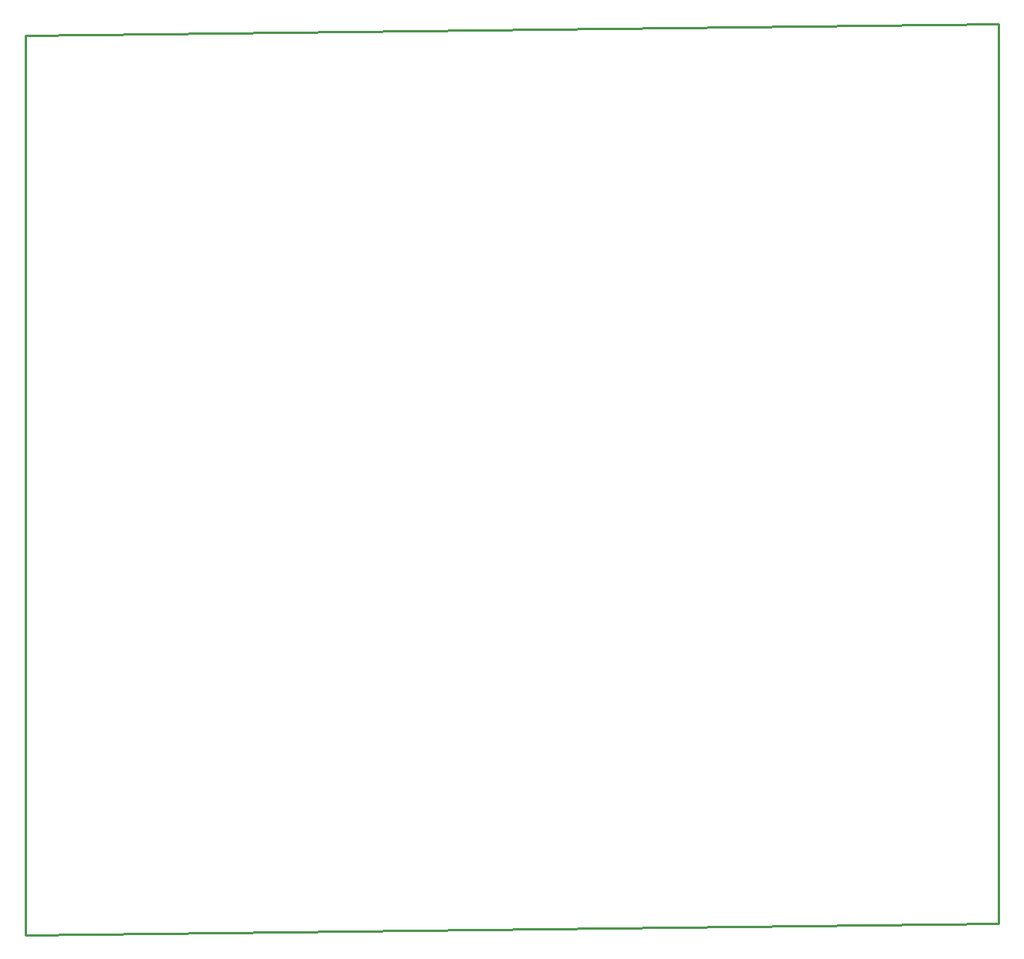
<source format=gbr>
G04 EAGLE Gerber RS-274X export*
G75*
%MOMM*%
%FSLAX34Y34*%
%LPD*%
%IN*%
%IPPOS*%
%AMOC8*
5,1,8,0,0,1.08239X$1,22.5*%
G01*
G04 Define Apertures*
%ADD10C,0.254000*%
D10*
X0Y0D02*
X1066600Y12700D01*
X1066600Y1000000D01*
X0Y987300D01*
X0Y0D01*
M02*

</source>
